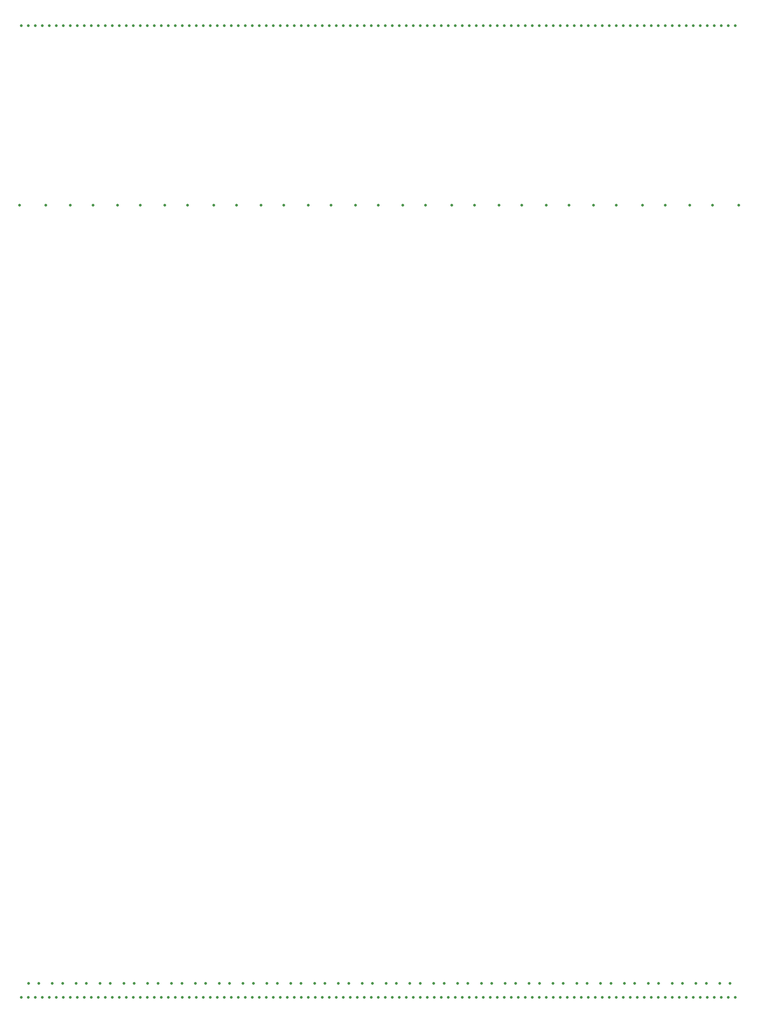
<source format=gbr>
G04 #@! TF.GenerationSoftware,KiCad,Pcbnew,(5.1.6)-1*
G04 #@! TF.CreationDate,2022-05-04T19:11:15-05:00*
G04 #@! TF.ProjectId,stripline_anode,73747269-706c-4696-9e65-5f616e6f6465,1a*
G04 #@! TF.SameCoordinates,Original*
G04 #@! TF.FileFunction,Copper,L5,Inr*
G04 #@! TF.FilePolarity,Positive*
%FSLAX46Y46*%
G04 Gerber Fmt 4.6, Leading zero omitted, Abs format (unit mm)*
G04 Created by KiCad (PCBNEW (5.1.6)-1) date 2022-05-04 19:11:15*
%MOMM*%
%LPD*%
G01*
G04 APERTURE LIST*
G04 #@! TA.AperFunction,ViaPad*
%ADD10C,0.800000*%
G04 #@! TD*
G04 APERTURE END LIST*
D10*
X-103958000Y-121031000D03*
X-101926000Y-121031000D03*
X-99894000Y-121031000D03*
X-97862000Y-121031000D03*
X-95830000Y-121031000D03*
X-93798000Y-121031000D03*
X-91766000Y-121031000D03*
X-89734000Y-121031000D03*
X-87702000Y-121031000D03*
X-85670000Y-121031000D03*
X-83638000Y-121031000D03*
X-81606000Y-121031000D03*
X-79574000Y-121031000D03*
X-77542000Y-121031000D03*
X-75510000Y-121031000D03*
X-73478000Y-121031000D03*
X-71446000Y-121031000D03*
X-69414000Y-121031000D03*
X-67382000Y-121031000D03*
X-65350000Y-121031000D03*
X-63318000Y-121031000D03*
X-61286000Y-121031000D03*
X-59254000Y-121031000D03*
X-57222000Y-121031000D03*
X-55190000Y-121031000D03*
X-24710000Y-121031000D03*
X-20646000Y-121031000D03*
X-10486000Y-121031000D03*
X-6422000Y-121031000D03*
X-42998000Y-121031000D03*
X-34870000Y-121031000D03*
X-18614000Y-121031000D03*
X-8454000Y-121031000D03*
X-28774000Y-121031000D03*
X-14550000Y-121031000D03*
X-32838000Y-121031000D03*
X-22678000Y-121031000D03*
X-40966000Y-121031000D03*
X-47062000Y-121031000D03*
X-4390000Y-121031000D03*
X-51126000Y-121031000D03*
X-45030000Y-121031000D03*
X-12518000Y-121031000D03*
X-16582000Y-121031000D03*
X-36902000Y-121031000D03*
X-30806000Y-121031000D03*
X-26742000Y-121031000D03*
X-38934000Y-121031000D03*
X-49094000Y-121031000D03*
X-53158000Y-121031000D03*
X26090000Y-121031000D03*
X30154000Y-121031000D03*
X40314000Y-121031000D03*
X44378000Y-121031000D03*
X7802000Y-121031000D03*
X15930000Y-121031000D03*
X32186000Y-121031000D03*
X42346000Y-121031000D03*
X22026000Y-121031000D03*
X36250000Y-121031000D03*
X17962000Y-121031000D03*
X28122000Y-121031000D03*
X9834000Y-121031000D03*
X3738000Y-121031000D03*
X46410000Y-121031000D03*
X-326000Y-121031000D03*
X5770000Y-121031000D03*
X38282000Y-121031000D03*
X34218000Y-121031000D03*
X13898000Y-121031000D03*
X19994000Y-121031000D03*
X24058000Y-121031000D03*
X11866000Y-121031000D03*
X1706000Y-121031000D03*
X-2358000Y-121031000D03*
X76890000Y-121031000D03*
X80954000Y-121031000D03*
X91114000Y-121031000D03*
X95178000Y-121031000D03*
X58602000Y-121031000D03*
X66730000Y-121031000D03*
X82986000Y-121031000D03*
X93146000Y-121031000D03*
X72826000Y-121031000D03*
X87050000Y-121031000D03*
X68762000Y-121031000D03*
X78922000Y-121031000D03*
X60634000Y-121031000D03*
X54538000Y-121031000D03*
X97210000Y-121031000D03*
X50474000Y-121031000D03*
X56570000Y-121031000D03*
X89082000Y-121031000D03*
X85018000Y-121031000D03*
X64698000Y-121031000D03*
X70794000Y-121031000D03*
X74858000Y-121031000D03*
X62666000Y-121031000D03*
X52506000Y-121031000D03*
X48442000Y-121031000D03*
X99242000Y-121031000D03*
X101274000Y-121031000D03*
X103306000Y-121031000D03*
X-14042000Y109093000D03*
X-20646000Y109093000D03*
X-27758000Y109093000D03*
X-34362000Y109093000D03*
X-41474000Y109093000D03*
X-48078000Y109093000D03*
X-55698000Y109093000D03*
X-62302000Y109093000D03*
X-69414000Y109093000D03*
X-76018000Y109093000D03*
X-96846000Y109093000D03*
X-326000Y109093000D03*
X6786000Y109093000D03*
X13390000Y109093000D03*
X21010000Y109093000D03*
X27614000Y109093000D03*
X34726000Y109093000D03*
X41330000Y109093000D03*
X48442000Y109093000D03*
X55046000Y109093000D03*
X62158000Y109093000D03*
X76382000Y109093000D03*
X82986000Y109093000D03*
X90098000Y109093000D03*
X96702000Y109093000D03*
X104322000Y109093000D03*
X-6930000Y109093000D03*
X-89734000Y109093000D03*
X-83130000Y109093000D03*
X19994000Y161213800D03*
X-103958000Y161213800D03*
X80954000Y161213800D03*
X78922000Y161213800D03*
X72826000Y161213800D03*
X95178000Y161213800D03*
X87050000Y161213800D03*
X1706000Y161213800D03*
X68762000Y161213800D03*
X-53158000Y161213800D03*
X-99894000Y161213800D03*
X60634000Y161213800D03*
X76890000Y161213800D03*
X58602000Y161213800D03*
X93146000Y161213800D03*
X54538000Y161213800D03*
X82986000Y161213800D03*
X-2358000Y161213800D03*
X91114000Y161213800D03*
X66730000Y161213800D03*
X-12518000Y161213800D03*
X-26742000Y161213800D03*
X24058000Y161213800D03*
X38282000Y161213800D03*
X34218000Y161213800D03*
X17962000Y161213800D03*
X11866000Y161213800D03*
X9834000Y161213800D03*
X32186000Y161213800D03*
X-51126000Y161213800D03*
X46410000Y161213800D03*
X28122000Y161213800D03*
X-326000Y161213800D03*
X3738000Y161213800D03*
X-49094000Y161213800D03*
X7802000Y161213800D03*
X30154000Y161213800D03*
X-36902000Y161213800D03*
X-30806000Y161213800D03*
X70794000Y161213800D03*
X-81606000Y161213800D03*
X-22678000Y161213800D03*
X-32838000Y161213800D03*
X-101926000Y161213800D03*
X-83638000Y161213800D03*
X50474000Y161213800D03*
X-71446000Y161213800D03*
X-8454000Y161213800D03*
X-20646000Y161213800D03*
X97210000Y161213800D03*
X-24710000Y161213800D03*
X-65350000Y161213800D03*
X-18614000Y161213800D03*
X-69414000Y161213800D03*
X48442000Y161213800D03*
X-42998000Y161213800D03*
X-10486000Y161213800D03*
X-97862000Y161213800D03*
X-61286000Y161213800D03*
X-75510000Y161213800D03*
X-95830000Y161213800D03*
X-77542000Y161213800D03*
X-67382000Y161213800D03*
X64698000Y161213800D03*
X89082000Y161213800D03*
X-87702000Y161213800D03*
X40314000Y161213800D03*
X-34870000Y161213800D03*
X36250000Y161213800D03*
X44378000Y161213800D03*
X-38934000Y161213800D03*
X-85670000Y161213800D03*
X-14550000Y161213800D03*
X13898000Y161213800D03*
X5770000Y161213800D03*
X-16582000Y161213800D03*
X-28774000Y161213800D03*
X52506000Y161213800D03*
X-73478000Y161213800D03*
X-93798000Y161213800D03*
X42346000Y161213800D03*
X103306000Y161213800D03*
X-79574000Y161213800D03*
X62666000Y161213800D03*
X-45030000Y161213800D03*
X74858000Y161213800D03*
X15930000Y161213800D03*
X-59254000Y161213800D03*
X-57222000Y161213800D03*
X-4390000Y161213800D03*
X99242000Y161213800D03*
X26090000Y161213800D03*
X22026000Y161213800D03*
X-6422000Y161213800D03*
X85018000Y161213800D03*
X56570000Y161213800D03*
X-55190000Y161213800D03*
X-91766000Y161213800D03*
X101274000Y161213800D03*
X-63318000Y161213800D03*
X-47062000Y161213800D03*
X-40966000Y161213800D03*
X-89734000Y161213800D03*
X-104466000Y109093000D03*
X68762000Y109093000D03*
X-101850000Y-117000000D03*
X-98850000Y-116990000D03*
X-91930000Y-116990000D03*
X-94930000Y-117000000D03*
X-85010000Y-116990000D03*
X-88010000Y-117000000D03*
X-81090000Y-117000000D03*
X-78090000Y-116990000D03*
X-71150000Y-117000000D03*
X-74150000Y-116990000D03*
X-67230000Y-116990000D03*
X-64230000Y-117000000D03*
X-57310000Y-117000000D03*
X-60310000Y-116990000D03*
X-50390000Y-117000000D03*
X-53390000Y-116990000D03*
X-43470000Y-117000000D03*
X-46470000Y-116990000D03*
X-39570000Y-117000000D03*
X-36550000Y-117000000D03*
X-32630000Y-116990000D03*
X-29630000Y-117000000D03*
X-25710000Y-116990000D03*
X-22710000Y-117000000D03*
X-18790000Y-116990000D03*
X-15790000Y-117000000D03*
X-8870000Y-117000000D03*
X-11870000Y-116990000D03*
X-1950000Y-117000000D03*
X-4950000Y-116990000D03*
X4950000Y-116990000D03*
X1970000Y-116990000D03*
X11890000Y-117000000D03*
X8890000Y-116990000D03*
X18810000Y-117000000D03*
X15810000Y-116990000D03*
X22710000Y-117000000D03*
X25730000Y-117000000D03*
X32650000Y-117000000D03*
X29650000Y-116990000D03*
X36570000Y-116990000D03*
X39570000Y-117000000D03*
X43490000Y-116990000D03*
X46490000Y-117000000D03*
X50410000Y-116990000D03*
X53410000Y-117000000D03*
X60330000Y-117000000D03*
X57330000Y-116990000D03*
X67250000Y-117000000D03*
X64250000Y-116990000D03*
X71170000Y-116990000D03*
X74170000Y-117000000D03*
X78090000Y-116990000D03*
X81090000Y-117000000D03*
X88010000Y-117000000D03*
X85010000Y-116990000D03*
X94930000Y-117000000D03*
X91930000Y-116990000D03*
X101830000Y-116990000D03*
X98830000Y-117000000D03*
M02*

</source>
